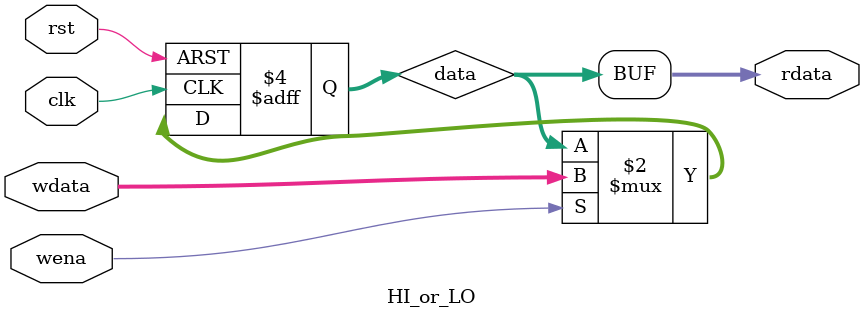
<source format=v>
`timescale 1ns / 1ps


module HI_or_LO(
    input clk,
    input wena,//Ð´µÄÊ¹ÄÜ¶Ë
    input rst,
    input [31:0]wdata,
    output [31:0]rdata
    );

    reg [31:0]data;

    assign rdata=data;

    always@(posedge clk or posedge rst) begin
        if(rst) begin
            data<=32'b0;
        end
        else if(wena) begin
            data<=wdata;
        end
        else ;
    end

endmodule

</source>
